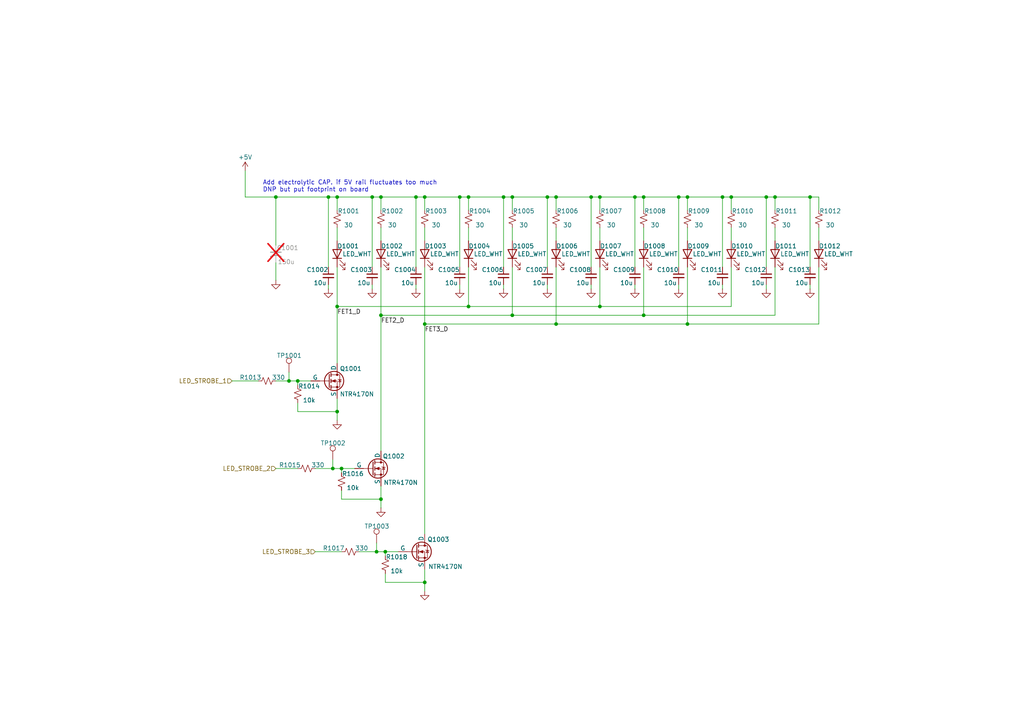
<source format=kicad_sch>
(kicad_sch (version 20231120) (generator "eeschema") (generator_version "8.0")
  (paper "A4")
  (lib_symbols
    (symbol "Connector:TestPoint" (pin_numbers hide) (pin_names (offset 0.762) hide)
      (property "Reference" "TP" (at 0 6.858 0))
      (property "Value" "TestPoint" (at 0 5.08 0))
      (symbol "TestPoint_0_1"
        (circle (center 0 3.302) (radius 0.762))
      )
      (symbol "TestPoint_1_1"
        (pin passive line (at 0 0 90) (length 2.54) (name "1") (number "1"))
      )
    )
    (symbol "Device:C_Polarized_Small_US" (pin_numbers hide) (pin_names (offset 0.254) hide)
      (property "Reference" "C" (at 0.254 1.778 0))
      (property "Value" "C_Polarized_Small_US" (at 0.254 -2.032 0))
      (symbol "C_Polarized_Small_US_0_1"
        (polyline (pts (xy -1.524 0.508) (xy 1.524 0.508)) (stroke (width 0.3048)))
        (polyline (pts (xy -1.27 1.524) (xy -0.762 1.524)))
        (polyline (pts (xy -1.016 1.27) (xy -1.016 1.778)))
        (arc (start 1.524 -0.762) (mid 0 -0.3734) (end -1.524 -0.762) (stroke (width 0.3048)))
      )
      (symbol "C_Polarized_Small_US_1_1"
        (pin passive line (at 0 2.54 270) (length 2.032) (name "~") (number "1"))
        (pin passive line (at 0 -2.54 90) (length 2.032) (name "~") (number "2"))
      )
    )
    (symbol "Device:C_Small" (pin_numbers hide) (pin_names (offset 0.254) hide)
      (property "Reference" "C" (at 0.254 1.778 0))
      (property "Value" "C_Small" (at 0.254 -2.032 0))
      (symbol "C_Small_0_1"
        (polyline (pts (xy -1.524 -0.508) (xy 1.524 -0.508)) (stroke (width 0.3302)))
        (polyline (pts (xy -1.524 0.508) (xy 1.524 0.508)) (stroke (width 0.3048)))
      )
      (symbol "C_Small_1_1"
        (pin passive line (at 0 2.54 270) (length 2.032) (name "~") (number "1"))
        (pin passive line (at 0 -2.54 90) (length 2.032) (name "~") (number "2"))
      )
    )
    (symbol "Device:LED" (pin_numbers hide) (pin_names (offset 1.016) hide)
      (property "Reference" "D" (at 0 2.54 0))
      (property "Value" "LED" (at 0 -2.54 0))
      (symbol "LED_0_1"
        (polyline (pts (xy -1.27 -1.27) (xy -1.27 1.27)) (stroke (width 0.254)))
        (polyline (pts (xy -1.27 0) (xy 1.27 0)))
        (polyline (pts (xy 1.27 -1.27) (xy 1.27 1.27) (xy -1.27 0) (xy 1.27 -1.27)) (stroke (width 0.254)))
        (polyline (pts (xy -3.048 -0.762) (xy -4.572 -2.286) (xy -3.81 -2.286) (xy -4.572 -2.286) (xy -4.572 -1.524)))
        (polyline (pts (xy -1.778 -0.762) (xy -3.302 -2.286) (xy -2.54 -2.286) (xy -3.302 -2.286) (xy -3.302 -1.524)))
      )
      (symbol "LED_1_1"
        (pin passive line (at -3.81 0 0) (length 2.54) (name "K") (number "1"))
        (pin passive line (at 3.81 0 180) (length 2.54) (name "A") (number "2"))
      )
    )
    (symbol "Device:R_Small_US" (pin_numbers hide) (pin_names (offset 0.254) hide)
      (property "Reference" "R" (at 0.762 0.508 0))
      (property "Value" "R_Small_US" (at 0.762 -1.016 0))
      (symbol "R_Small_US_1_1"
        (polyline (pts (xy 0 0) (xy 1.016 -0.381) (xy 0 -0.762) (xy -1.016 -1.143) (xy 0 -1.524)))
        (polyline (pts (xy 0 1.524) (xy 1.016 1.143) (xy 0 0.762) (xy -1.016 0.381) (xy 0 0)))
        (pin passive line (at 0 2.54 270) (length 1.016) (name "~") (number "1"))
        (pin passive line (at 0 -2.54 90) (length 1.016) (name "~") (number "2"))
      )
    )
    (symbol "power:+5V" (power) (pin_numbers hide) (pin_names (offset 0) hide)
      (property "Value" "+5V" (at 0 3.556 0))
      (symbol "+5V_0_1"
        (polyline (pts (xy -0.762 1.27) (xy 0 2.54)))
        (polyline (pts (xy 0 0) (xy 0 2.54)))
        (polyline (pts (xy 0 2.54) (xy 0.762 1.27)))
      )
      (symbol "+5V_1_1"
        (pin power_in line (at 0 0 90) (length 0) (name "~") (number "1"))
      )
    )
    (symbol "power:GND" (power) (pin_numbers hide) (pin_names (offset 0) hide)
      (property "Value" "GND" (at 0 -3.81 0))
      (symbol "GND_0_1"
        (polyline (pts (xy 0 0) (xy 0 -1.27) (xy 1.27 -1.27) (xy 0 -2.54) (xy -1.27 -1.27) (xy 0 -1.27)))
      )
      (symbol "GND_1_1"
        (pin power_in line (at 0 0 270) (length 0) (name "~") (number "1"))
      )
    )
    (symbol "vibrometer_project:NTR4170" (pin_numbers hide) (pin_names (offset 0))
      (property "Reference" "Q" (at 5.08 1.27 0))
      (property "Value" "NTR4170N" (at 5.08 -1.27 0))
      (symbol "NTR4170_0_1"
        (polyline (pts (xy 0.254 0) (xy -2.54 0)))
        (polyline (pts (xy 0.254 1.905) (xy 0.254 -1.905)) (stroke (width 0.254)))
        (polyline (pts (xy 0.762 -1.27) (xy 0.762 -2.286)) (stroke (width 0.254)))
        (polyline (pts (xy 0.762 0.508) (xy 0.762 -0.508)) (stroke (width 0.254)))
        (polyline (pts (xy 0.762 2.286) (xy 0.762 1.27)) (stroke (width 0.254)))
        (polyline (pts (xy 2.54 2.54) (xy 2.54 1.778)))
        (polyline (pts (xy 2.54 -2.54) (xy 2.54 0) (xy 0.762 0)))
        (polyline (pts (xy 0.762 -1.778) (xy 3.302 -1.778) (xy 3.302 1.778) (xy 0.762 1.778)))
        (polyline (pts (xy 1.016 0) (xy 2.032 0.381) (xy 2.032 -0.381) (xy 1.016 0)) (fill (type outline)))
        (polyline (pts (xy 2.794 0.508) (xy 2.921 0.381) (xy 3.683 0.381) (xy 3.81 0.254)))
        (polyline (pts (xy 3.302 0.381) (xy 2.921 -0.254) (xy 3.683 -0.254) (xy 3.302 0.381)))
        (circle (center 1.651 0) (radius 2.794) (stroke (width 0.254)))
        (circle (center 2.54 -1.778) (radius 0.254) (fill (type outline)))
        (circle (center 2.54 1.778) (radius 0.254) (fill (type outline)))
      )
      (symbol "NTR4170_1_1"
        (pin input line (at -5.08 0 0) (length 2.54) (name "G") (number "1"))
        (pin passive line (at 2.54 -5.08 90) (length 2.54) (name "S") (number "2"))
        (pin passive line (at 2.54 5.08 270) (length 2.54) (name "D") (number "3"))
      )
    )
  )
  (junction (at 148.59 91.44))
  (junction (at 199.39 57.15))
  (junction (at 161.29 57.15))
  (junction (at 99.06 135.89))
  (junction (at 110.49 91.44))
  (junction (at 135.89 57.15))
  (junction (at 222.25 57.15))
  (junction (at 80.01 57.15))
  (junction (at 161.29 93.98))
  (junction (at 109.22 160.02))
  (junction (at 173.99 57.15))
  (junction (at 107.95 57.15))
  (junction (at 123.19 93.98))
  (junction (at 184.15 57.15))
  (junction (at 234.95 57.15))
  (junction (at 86.36 110.49))
  (junction (at 97.79 57.15))
  (junction (at 186.69 57.15))
  (junction (at 111.76 160.02))
  (junction (at 224.79 57.15))
  (junction (at 186.69 91.44))
  (junction (at 158.75 57.15))
  (junction (at 173.99 88.9))
  (junction (at 97.79 88.9))
  (junction (at 83.82 110.49))
  (junction (at 120.65 57.15))
  (junction (at 209.55 57.15))
  (junction (at 171.45 57.15))
  (junction (at 110.49 57.15))
  (junction (at 123.19 57.15))
  (junction (at 146.05 57.15))
  (junction (at 135.89 88.9))
  (junction (at 199.39 93.98))
  (junction (at 96.52 135.89))
  (junction (at 95.25 57.15))
  (junction (at 97.79 119.38))
  (junction (at 212.09 57.15))
  (junction (at 110.49 144.78))
  (junction (at 123.19 168.91))
  (junction (at 133.35 57.15))
  (junction (at 196.85 57.15))
  (junction (at 148.59 57.15))
  (wire (pts (xy 184.15 83.82) (xy 184.15 82.55)))
  (wire (pts (xy 199.39 66.04) (xy 199.39 69.85)))
  (wire (pts (xy 199.39 93.98) (xy 237.49 93.98)))
  (wire (pts (xy 209.55 57.15) (xy 212.09 57.15)))
  (wire (pts (xy 80.01 76.2) (xy 80.01 81.28)))
  (wire (pts (xy 234.95 57.15) (xy 234.95 77.47)))
  (wire (pts (xy 97.79 77.47) (xy 97.79 88.9)))
  (wire (pts (xy 120.65 83.82) (xy 120.65 82.55)))
  (wire (pts (xy 224.79 77.47) (xy 224.79 91.44)))
  (wire (pts (xy 212.09 66.04) (xy 212.09 69.85)))
  (wire (pts (xy 123.19 168.91) (xy 123.19 171.45)))
  (wire (pts (xy 110.49 57.15) (xy 110.49 60.96)))
  (wire (pts (xy 123.19 93.98) (xy 123.19 154.94)))
  (wire (pts (xy 148.59 66.04) (xy 148.59 69.85)))
  (wire (pts (xy 99.06 142.24) (xy 99.06 144.78)))
  (wire (pts (xy 123.19 165.1) (xy 123.19 168.91)))
  (wire (pts (xy 135.89 88.9) (xy 173.99 88.9)))
  (wire (pts (xy 97.79 119.38) (xy 97.79 121.92)))
  (wire (pts (xy 86.36 110.49) (xy 90.17 110.49)))
  (wire (pts (xy 158.75 83.82) (xy 158.75 82.55)))
  (wire (pts (xy 209.55 57.15) (xy 209.55 77.47)))
  (wire (pts (xy 110.49 91.44) (xy 110.49 130.81)))
  (wire (pts (xy 97.79 88.9) (xy 97.79 105.41)))
  (wire (pts (xy 199.39 77.47) (xy 199.39 93.98)))
  (wire (pts (xy 71.12 49.53) (xy 71.12 57.15)))
  (wire (pts (xy 133.35 57.15) (xy 133.35 77.47)))
  (wire (pts (xy 123.19 57.15) (xy 133.35 57.15)))
  (wire (pts (xy 109.22 160.02) (xy 111.76 160.02)))
  (wire (pts (xy 83.82 110.49) (xy 86.36 110.49)))
  (wire (pts (xy 237.49 66.04) (xy 237.49 69.85)))
  (wire (pts (xy 173.99 57.15) (xy 184.15 57.15)))
  (wire (pts (xy 173.99 88.9) (xy 212.09 88.9)))
  (wire (pts (xy 123.19 93.98) (xy 161.29 93.98)))
  (wire (pts (xy 86.36 110.49) (xy 86.36 111.76)))
  (wire (pts (xy 109.22 157.48) (xy 109.22 160.02)))
  (wire (pts (xy 184.15 57.15) (xy 184.15 77.47)))
  (wire (pts (xy 123.19 66.04) (xy 123.19 69.85)))
  (wire (pts (xy 161.29 77.47) (xy 161.29 93.98)))
  (wire (pts (xy 96.52 133.35) (xy 96.52 135.89)))
  (wire (pts (xy 158.75 57.15) (xy 161.29 57.15)))
  (wire (pts (xy 196.85 57.15) (xy 196.85 77.47)))
  (wire (pts (xy 91.44 135.89) (xy 96.52 135.89)))
  (wire (pts (xy 111.76 168.91) (xy 123.19 168.91)))
  (wire (pts (xy 71.12 57.15) (xy 80.01 57.15)))
  (wire (pts (xy 83.82 107.95) (xy 83.82 110.49)))
  (wire (pts (xy 146.05 57.15) (xy 146.05 77.47)))
  (wire (pts (xy 234.95 82.55) (xy 234.95 83.82)))
  (wire (pts (xy 95.25 57.15) (xy 95.25 77.47)))
  (wire (pts (xy 135.89 57.15) (xy 135.89 60.96)))
  (wire (pts (xy 95.25 57.15) (xy 97.79 57.15)))
  (wire (pts (xy 110.49 57.15) (xy 120.65 57.15)))
  (wire (pts (xy 171.45 57.15) (xy 171.45 77.47)))
  (wire (pts (xy 111.76 160.02) (xy 111.76 161.29)))
  (wire (pts (xy 120.65 57.15) (xy 120.65 77.47)))
  (wire (pts (xy 97.79 57.15) (xy 97.79 60.96)))
  (wire (pts (xy 161.29 57.15) (xy 171.45 57.15)))
  (wire (pts (xy 148.59 77.47) (xy 148.59 91.44)))
  (wire (pts (xy 173.99 77.47) (xy 173.99 88.9)))
  (wire (pts (xy 199.39 57.15) (xy 209.55 57.15)))
  (wire (pts (xy 123.19 57.15) (xy 123.19 60.96)))
  (wire (pts (xy 99.06 135.89) (xy 99.06 137.16)))
  (wire (pts (xy 110.49 144.78) (xy 110.49 147.32)))
  (wire (pts (xy 146.05 83.82) (xy 146.05 82.55)))
  (wire (pts (xy 80.01 57.15) (xy 95.25 57.15)))
  (wire (pts (xy 123.19 77.47) (xy 123.19 93.98)))
  (wire (pts (xy 186.69 57.15) (xy 186.69 60.96)))
  (wire (pts (xy 110.49 91.44) (xy 148.59 91.44)))
  (wire (pts (xy 222.25 83.82) (xy 222.25 82.55)))
  (wire (pts (xy 224.79 57.15) (xy 234.95 57.15)))
  (wire (pts (xy 135.89 66.04) (xy 135.89 69.85)))
  (wire (pts (xy 222.25 57.15) (xy 222.25 77.47)))
  (wire (pts (xy 80.01 110.49) (xy 83.82 110.49)))
  (wire (pts (xy 99.06 144.78) (xy 110.49 144.78)))
  (wire (pts (xy 234.95 57.15) (xy 237.49 57.15)))
  (wire (pts (xy 209.55 83.82) (xy 209.55 82.55)))
  (wire (pts (xy 97.79 57.15) (xy 107.95 57.15)))
  (wire (pts (xy 110.49 77.47) (xy 110.49 91.44)))
  (wire (pts (xy 161.29 66.04) (xy 161.29 69.85)))
  (wire (pts (xy 86.36 119.38) (xy 97.79 119.38)))
  (wire (pts (xy 120.65 57.15) (xy 123.19 57.15)))
  (wire (pts (xy 135.89 57.15) (xy 146.05 57.15)))
  (wire (pts (xy 196.85 83.82) (xy 196.85 82.55)))
  (wire (pts (xy 224.79 57.15) (xy 224.79 60.96)))
  (wire (pts (xy 173.99 57.15) (xy 173.99 60.96)))
  (wire (pts (xy 67.31 110.49) (xy 74.93 110.49)))
  (wire (pts (xy 107.95 83.82) (xy 107.95 82.55)))
  (wire (pts (xy 158.75 57.15) (xy 158.75 77.47)))
  (wire (pts (xy 212.09 57.15) (xy 222.25 57.15)))
  (wire (pts (xy 146.05 57.15) (xy 148.59 57.15)))
  (wire (pts (xy 186.69 77.47) (xy 186.69 91.44)))
  (wire (pts (xy 80.01 135.89) (xy 86.36 135.89)))
  (wire (pts (xy 133.35 57.15) (xy 135.89 57.15)))
  (wire (pts (xy 104.14 160.02) (xy 109.22 160.02)))
  (wire (pts (xy 111.76 160.02) (xy 115.57 160.02)))
  (wire (pts (xy 237.49 77.47) (xy 237.49 93.98)))
  (wire (pts (xy 110.49 66.04) (xy 110.49 69.85)))
  (wire (pts (xy 80.01 57.15) (xy 80.01 71.12)))
  (wire (pts (xy 161.29 57.15) (xy 161.29 60.96)))
  (wire (pts (xy 171.45 83.82) (xy 171.45 82.55)))
  (wire (pts (xy 107.95 57.15) (xy 107.95 77.47)))
  (wire (pts (xy 86.36 116.84) (xy 86.36 119.38)))
  (wire (pts (xy 97.79 115.57) (xy 97.79 119.38)))
  (wire (pts (xy 148.59 91.44) (xy 186.69 91.44)))
  (wire (pts (xy 173.99 66.04) (xy 173.99 69.85)))
  (wire (pts (xy 224.79 66.04) (xy 224.79 69.85)))
  (wire (pts (xy 133.35 83.82) (xy 133.35 82.55)))
  (wire (pts (xy 199.39 57.15) (xy 199.39 60.96)))
  (wire (pts (xy 184.15 57.15) (xy 186.69 57.15)))
  (wire (pts (xy 186.69 66.04) (xy 186.69 69.85)))
  (wire (pts (xy 111.76 166.37) (xy 111.76 168.91)))
  (wire (pts (xy 237.49 57.15) (xy 237.49 60.96)))
  (wire (pts (xy 196.85 57.15) (xy 199.39 57.15)))
  (wire (pts (xy 161.29 93.98) (xy 199.39 93.98)))
  (wire (pts (xy 171.45 57.15) (xy 173.99 57.15)))
  (wire (pts (xy 107.95 57.15) (xy 110.49 57.15)))
  (wire (pts (xy 222.25 57.15) (xy 224.79 57.15)))
  (wire (pts (xy 91.44 160.02) (xy 99.06 160.02)))
  (wire (pts (xy 212.09 57.15) (xy 212.09 60.96)))
  (wire (pts (xy 110.49 140.97) (xy 110.49 144.78)))
  (wire (pts (xy 212.09 77.47) (xy 212.09 88.9)))
  (wire (pts (xy 148.59 57.15) (xy 158.75 57.15)))
  (wire (pts (xy 95.25 82.55) (xy 95.25 83.82)))
  (wire (pts (xy 97.79 88.9) (xy 135.89 88.9)))
  (wire (pts (xy 96.52 135.89) (xy 99.06 135.89)))
  (wire (pts (xy 186.69 91.44) (xy 224.79 91.44)))
  (wire (pts (xy 97.79 66.04) (xy 97.79 69.85)))
  (wire (pts (xy 186.69 57.15) (xy 196.85 57.15)))
  (wire (pts (xy 148.59 57.15) (xy 148.59 60.96)))
  (wire (pts (xy 99.06 135.89) (xy 102.87 135.89)))
  (wire (pts (xy 135.89 77.47) (xy 135.89 88.9)))
  (text "Add electrolytic CAP. if 5V rail fluctuates too much\nDNP but put footprint on board" (at 76.2 52.324 0) (effects (font (size 1.27 1.27)) (justify left top)))
  (label "FET3_D" (at 123.19 96.52 0))
  (label "FET2_D" (at 110.49 93.98 0))
  (label "FET1_D" (at 97.79 91.44 0))
  (hierarchical_label "LED_STROBE_2" (shape input) (at 80.01 135.89 180) (property "Netclass" "digital_IO" (effects (hide yes))))
  (hierarchical_label "LED_STROBE_3" (shape input) (at 91.44 160.02 180) (property "Netclass" "digital_IO" (effects (hide yes))))
  (hierarchical_label "LED_STROBE_1" (shape input) (at 67.31 110.49 180) (property "Netclass" "digital_IO" (effects (hide yes))))
  (symbol (lib_id "Device:R_Small_US") (at 88.9 135.89 270) (unit 1)
    (property "Reference" "R1015" (at 84.074 134.874 90))
    (property "Value" "330" (at 92.202 134.874 90))
    (property "Footprint" "Resistor_SMD:R_0402_1005Metric" (effects (hide yes)))
    (property "Datasheet" "https://wmsc.lcsc.com/wmsc/upload/file/pdf/v2/lcsc/2205311900_UNI-ROYAL-Uniroyal-Elec-0402WGF3300TCE_C25104.pdf" (effects (hide yes)))
    (property "Description" "Resistor, small US symbol" (effects (hide yes)))
    (property "LCSC" "C25104" (effects (hide yes)))
  )
  (symbol (lib_id "Connector:TestPoint") (at 96.52 133.35 0) (unit 1)
    (property "Reference" "TP1002" (at 92.964 128.524 0) (effects (justify left)))
    (property "Value" "TestPoint" (effects (hide yes)))
    (property "Footprint" "TestPoint:TestPoint_Pad_D1.0mm" (effects (hide yes)))
    (property "Description" "test point" (effects (hide yes)))
  )
  (symbol (lib_id "power:GND") (at 158.75 83.82 0) (unit 1)
    (property "Reference" "#PWR01008" (effects (hide yes)))
    (property "Value" "GND" (effects (hide yes)))
    (property "Description" "Power symbol creates a global label with name \"GND\" , ground" (effects (hide yes)))
  )
  (symbol (lib_id "Device:C_Small") (at 95.25 80.01 0) (unit 1)
    (property "Reference" "C1002" (at 88.9 78.232 0) (effects (justify left)))
    (property "Value" "10u" (at 90.932 82.042 0) (effects (justify left)))
    (property "Footprint" "Capacitor_SMD:C_0805_2012Metric" (effects (hide yes)))
    (property "Datasheet" "https://wmsc.lcsc.com/wmsc/upload/file/pdf/v2/lcsc/2304140030_Samsung-Electro-Mechanics-CL21A106KAYNNNE_C15850.pdf" (effects (hide yes)))
    (property "Description" "Unpolarized capacitor, small symbol" (effects (hide yes)))
    (property "LCSC" "C15850" (effects (hide yes)))
  )
  (symbol (lib_id "power:GND") (at 95.25 83.82 0) (unit 1)
    (property "Reference" "#PWR01003" (effects (hide yes)))
    (property "Value" "GND" (effects (hide yes)))
    (property "Description" "Power symbol creates a global label with name \"GND\" , ground" (effects (hide yes)))
  )
  (symbol (lib_id "power:GND") (at 234.95 83.82 0) (unit 1)
    (property "Reference" "#PWR01014" (effects (hide yes)))
    (property "Value" "GND" (effects (hide yes)))
    (property "Description" "Power symbol creates a global label with name \"GND\" , ground" (effects (hide yes)))
  )
  (symbol (lib_id "Device:LED") (at 161.29 73.66 90) (unit 1)
    (property "Reference" "D1006" (at 161.29 71.374 90) (effects (justify right)))
    (property "Value" "LED_WHT" (at 162.814 73.66 90) (effects (justify right)))
    (property "Footprint" "footprints:LED-SMD_L4.0-W1.50_HL-A-4014H421W-S1-HR3-DM-HL" (effects (hide yes)))
    (property "Datasheet" "https://www.lcsc.com/datasheet/lcsc_datasheet_2005201836_HONGLITRONIC-Hongli-Zhihui--HONGLITRONIC-HL-A-4014H421W-S1-HR3-DM-HL-5700K-6500K_C540978.pdf" (effects (hide yes)))
    (property "Description" "Light emitting diode" (effects (hide yes)))
    (property "LCSC" "C540978 " (effects (hide yes)))
  )
  (symbol (lib_id "Device:R_Small_US") (at 237.49 63.5 180) (unit 1)
    (property "Reference" "R1012" (at 240.792 61.214 0))
    (property "Value" "30" (at 240.792 65.278 0))
    (property "Footprint" "Resistor_SMD:R_0805_2012Metric" (effects (hide yes)))
    (property "Datasheet" "https://www.lcsc.com/datasheet/lcsc_datasheet_2404151502_YAGEO-AC0805FR-7W30RL_C5552472.pdf" (effects (hide yes)))
    (property "Description" "Resistor, small US symbol" (effects (hide yes)))
    (property "LCSC" "C5552472 " (effects (hide yes)))
  )
  (symbol (lib_id "Device:R_Small_US") (at 110.49 63.5 180) (unit 1)
    (property "Reference" "R1002" (at 113.792 61.214 0))
    (property "Value" "30" (at 113.792 65.278 0))
    (property "Footprint" "Resistor_SMD:R_0805_2012Metric" (effects (hide yes)))
    (property "Datasheet" "https://www.lcsc.com/datasheet/lcsc_datasheet_2404151502_YAGEO-AC0805FR-7W30RL_C5552472.pdf" (effects (hide yes)))
    (property "Description" "Resistor, small US symbol" (effects (hide yes)))
    (property "LCSC" "C5552472 " (effects (hide yes)))
  )
  (symbol (lib_id "power:GND") (at 97.79 121.92 0) (unit 1)
    (property "Reference" "#PWR01015" (effects (hide yes)))
    (property "Value" "GND" (effects (hide yes)))
    (property "Description" "Power symbol creates a global label with name \"GND\" , ground" (effects (hide yes)))
  )
  (symbol (lib_id "Device:LED") (at 212.09 73.66 90) (unit 1)
    (property "Reference" "D1010" (at 212.09 71.374 90) (effects (justify right)))
    (property "Value" "LED_WHT" (at 213.614 73.66 90) (effects (justify right)))
    (property "Footprint" "footprints:LED-SMD_L4.0-W1.50_HL-A-4014H421W-S1-HR3-DM-HL" (effects (hide yes)))
    (property "Datasheet" "https://www.lcsc.com/datasheet/lcsc_datasheet_2005201836_HONGLITRONIC-Hongli-Zhihui--HONGLITRONIC-HL-A-4014H421W-S1-HR3-DM-HL-5700K-6500K_C540978.pdf" (effects (hide yes)))
    (property "Description" "Light emitting diode" (effects (hide yes)))
    (property "LCSC" "C540978 " (effects (hide yes)))
  )
  (symbol (lib_id "Device:LED") (at 224.79 73.66 90) (unit 1)
    (property "Reference" "D1011" (at 224.79 71.374 90) (effects (justify right)))
    (property "Value" "LED_WHT" (at 226.314 73.66 90) (effects (justify right)))
    (property "Footprint" "footprints:LED-SMD_L4.0-W1.50_HL-A-4014H421W-S1-HR3-DM-HL" (effects (hide yes)))
    (property "Datasheet" "https://www.lcsc.com/datasheet/lcsc_datasheet_2005201836_HONGLITRONIC-Hongli-Zhihui--HONGLITRONIC-HL-A-4014H421W-S1-HR3-DM-HL-5700K-6500K_C540978.pdf" (effects (hide yes)))
    (property "Description" "Light emitting diode" (effects (hide yes)))
    (property "LCSC" "C540978 " (effects (hide yes)))
  )
  (symbol (lib_id "Device:R_Small_US") (at 212.09 63.5 180) (unit 1)
    (property "Reference" "R1010" (at 215.392 61.214 0))
    (property "Value" "30" (at 215.392 65.278 0))
    (property "Footprint" "Resistor_SMD:R_0805_2012Metric" (effects (hide yes)))
    (property "Datasheet" "https://www.lcsc.com/datasheet/lcsc_datasheet_2404151502_YAGEO-AC0805FR-7W30RL_C5552472.pdf" (effects (hide yes)))
    (property "Description" "Resistor, small US symbol" (effects (hide yes)))
    (property "LCSC" "C5552472 " (effects (hide yes)))
  )
  (symbol (lib_id "Device:R_Small_US") (at 186.69 63.5 180) (unit 1)
    (property "Reference" "R1008" (at 189.992 61.214 0))
    (property "Value" "30" (at 189.992 65.278 0))
    (property "Footprint" "Resistor_SMD:R_0805_2012Metric" (effects (hide yes)))
    (property "Datasheet" "https://www.lcsc.com/datasheet/lcsc_datasheet_2404151502_YAGEO-AC0805FR-7W30RL_C5552472.pdf" (effects (hide yes)))
    (property "Description" "Resistor, small US symbol" (effects (hide yes)))
    (property "LCSC" "C5552472 " (effects (hide yes)))
  )
  (symbol (lib_id "Device:R_Small_US") (at 123.19 63.5 180) (unit 1)
    (property "Reference" "R1003" (at 126.492 61.214 0))
    (property "Value" "30" (at 126.492 65.278 0))
    (property "Footprint" "Resistor_SMD:R_0805_2012Metric" (effects (hide yes)))
    (property "Datasheet" "https://www.lcsc.com/datasheet/lcsc_datasheet_2404151502_YAGEO-AC0805FR-7W30RL_C5552472.pdf" (effects (hide yes)))
    (property "Description" "Resistor, small US symbol" (effects (hide yes)))
    (property "LCSC" "C5552472 " (effects (hide yes)))
  )
  (symbol (lib_id "Device:R_Small_US") (at 77.47 110.49 270) (unit 1)
    (property "Reference" "R1013" (at 72.644 109.474 90))
    (property "Value" "330" (at 80.772 109.474 90))
    (property "Footprint" "Resistor_SMD:R_0402_1005Metric" (effects (hide yes)))
    (property "Datasheet" "https://wmsc.lcsc.com/wmsc/upload/file/pdf/v2/lcsc/2205311900_UNI-ROYAL-Uniroyal-Elec-0402WGF3300TCE_C25104.pdf" (effects (hide yes)))
    (property "Description" "Resistor, small US symbol" (effects (hide yes)))
    (property "LCSC" "C25104" (effects (hide yes)))
  )
  (symbol (lib_id "Device:C_Small") (at 158.75 80.01 0) (unit 1)
    (property "Reference" "C1007" (at 152.4 78.232 0) (effects (justify left)))
    (property "Value" "10u" (at 154.432 82.042 0) (effects (justify left)))
    (property "Footprint" "Capacitor_SMD:C_0805_2012Metric" (effects (hide yes)))
    (property "Datasheet" "https://wmsc.lcsc.com/wmsc/upload/file/pdf/v2/lcsc/2304140030_Samsung-Electro-Mechanics-CL21A106KAYNNNE_C15850.pdf" (effects (hide yes)))
    (property "Description" "Unpolarized capacitor, small symbol" (effects (hide yes)))
    (property "LCSC" "C15850" (effects (hide yes)))
  )
  (symbol (lib_id "Device:C_Small") (at 146.05 80.01 0) (unit 1)
    (property "Reference" "C1006" (at 139.7 78.232 0) (effects (justify left)))
    (property "Value" "10u" (at 141.732 82.042 0) (effects (justify left)))
    (property "Footprint" "Capacitor_SMD:C_0805_2012Metric" (effects (hide yes)))
    (property "Datasheet" "https://wmsc.lcsc.com/wmsc/upload/file/pdf/v2/lcsc/2304140030_Samsung-Electro-Mechanics-CL21A106KAYNNNE_C15850.pdf" (effects (hide yes)))
    (property "Description" "Unpolarized capacitor, small symbol" (effects (hide yes)))
    (property "LCSC" "C15850" (effects (hide yes)))
  )
  (symbol (lib_id "power:GND") (at 110.49 147.32 0) (unit 1)
    (property "Reference" "#PWR01016" (effects (hide yes)))
    (property "Value" "GND" (effects (hide yes)))
    (property "Description" "Power symbol creates a global label with name \"GND\" , ground" (effects (hide yes)))
  )
  (symbol (lib_id "Device:R_Small_US") (at 148.59 63.5 180) (unit 1)
    (property "Reference" "R1005" (at 151.892 61.214 0))
    (property "Value" "30" (at 151.892 65.278 0))
    (property "Footprint" "Resistor_SMD:R_0805_2012Metric" (effects (hide yes)))
    (property "Datasheet" "https://www.lcsc.com/datasheet/lcsc_datasheet_2404151502_YAGEO-AC0805FR-7W30RL_C5552472.pdf" (effects (hide yes)))
    (property "Description" "Resistor, small US symbol" (effects (hide yes)))
    (property "LCSC" "C5552472 " (effects (hide yes)))
  )
  (symbol (lib_id "Device:C_Small") (at 107.95 80.01 0) (unit 1)
    (property "Reference" "C1003" (at 101.6 78.232 0) (effects (justify left)))
    (property "Value" "10u" (at 103.632 82.042 0) (effects (justify left)))
    (property "Footprint" "Capacitor_SMD:C_0805_2012Metric" (effects (hide yes)))
    (property "Datasheet" "https://wmsc.lcsc.com/wmsc/upload/file/pdf/v2/lcsc/2304140030_Samsung-Electro-Mechanics-CL21A106KAYNNNE_C15850.pdf" (effects (hide yes)))
    (property "Description" "Unpolarized capacitor, small symbol" (effects (hide yes)))
    (property "LCSC" "C15850" (effects (hide yes)))
  )
  (symbol (lib_id "Device:LED") (at 237.49 73.66 90) (unit 1)
    (property "Reference" "D1012" (at 237.49 71.374 90) (effects (justify right)))
    (property "Value" "LED_WHT" (at 239.014 73.66 90) (effects (justify right)))
    (property "Footprint" "footprints:LED-SMD_L4.0-W1.50_HL-A-4014H421W-S1-HR3-DM-HL" (effects (hide yes)))
    (property "Datasheet" "https://www.lcsc.com/datasheet/lcsc_datasheet_2005201836_HONGLITRONIC-Hongli-Zhihui--HONGLITRONIC-HL-A-4014H421W-S1-HR3-DM-HL-5700K-6500K_C540978.pdf" (effects (hide yes)))
    (property "Description" "Light emitting diode" (effects (hide yes)))
    (property "LCSC" "C540978 " (effects (hide yes)))
  )
  (symbol (lib_id "vibrometer_project:NTR4170") (at 95.25 110.49 0) (unit 1)
    (property "Reference" "Q1001" (at 98.552 106.934 0) (effects (justify left)))
    (property "Value" "NTR4170N" (at 98.552 114.3 0) (effects (justify left)))
    (property "Footprint" "Package_TO_SOT_SMD:SOT-23" (effects (hide yes)))
    (property "Datasheet" "https://www.lcsc.com/datasheet/lcsc_datasheet_1811141751_onsemi-NTR4170NT1G_C236116.pdf" (effects (hide yes)))
    (property "Description" "N-MOSFET transistor, drain/source/gate" (effects (hide yes)))
    (property "Sim.Device" "NMOS" (effects (hide yes)))
    (property "Sim.Type" "VDMOS" (effects (hide yes)))
    (property "Sim.Pins" "1=G 2=S 3=D" (effects (hide yes)))
    (property "LCSC" "C236116" (effects (hide yes)))
  )
  (symbol (lib_id "Device:LED") (at 199.39 73.66 90) (unit 1)
    (property "Reference" "D1009" (at 199.39 71.374 90) (effects (justify right)))
    (property "Value" "LED_WHT" (at 200.914 73.66 90) (effects (justify right)))
    (property "Footprint" "footprints:LED-SMD_L4.0-W1.50_HL-A-4014H421W-S1-HR3-DM-HL" (effects (hide yes)))
    (property "Datasheet" "https://www.lcsc.com/datasheet/lcsc_datasheet_2005201836_HONGLITRONIC-Hongli-Zhihui--HONGLITRONIC-HL-A-4014H421W-S1-HR3-DM-HL-5700K-6500K_C540978.pdf" (effects (hide yes)))
    (property "Description" "Light emitting diode" (effects (hide yes)))
    (property "LCSC" "C540978 " (effects (hide yes)))
  )
  (symbol (lib_id "Device:C_Small") (at 209.55 80.01 0) (unit 1)
    (property "Reference" "C1011" (at 203.2 78.232 0) (effects (justify left)))
    (property "Value" "10u" (at 205.232 82.042 0) (effects (justify left)))
    (property "Footprint" "Capacitor_SMD:C_0805_2012Metric" (effects (hide yes)))
    (property "Datasheet" "https://wmsc.lcsc.com/wmsc/upload/file/pdf/v2/lcsc/2304140030_Samsung-Electro-Mechanics-CL21A106KAYNNNE_C15850.pdf" (effects (hide yes)))
    (property "Description" "Unpolarized capacitor, small symbol" (effects (hide yes)))
    (property "LCSC" "C15850" (effects (hide yes)))
  )
  (symbol (lib_id "power:GND") (at 80.01 81.28 0) (unit 1)
    (property "Reference" "#PWR01002" (effects (hide yes)))
    (property "Value" "GND" (effects (hide yes)))
    (property "Description" "Power symbol creates a global label with name \"GND\" , ground" (effects (hide yes)))
  )
  (symbol (lib_id "power:GND") (at 209.55 83.82 0) (unit 1)
    (property "Reference" "#PWR01012" (effects (hide yes)))
    (property "Value" "GND" (effects (hide yes)))
    (property "Description" "Power symbol creates a global label with name \"GND\" , ground" (effects (hide yes)))
  )
  (symbol (lib_id "Device:R_Small_US") (at 135.89 63.5 180) (unit 1)
    (property "Reference" "R1004" (at 139.192 61.214 0))
    (property "Value" "30" (at 139.192 65.278 0))
    (property "Footprint" "Resistor_SMD:R_0805_2012Metric" (effects (hide yes)))
    (property "Datasheet" "https://www.lcsc.com/datasheet/lcsc_datasheet_2404151502_YAGEO-AC0805FR-7W30RL_C5552472.pdf" (effects (hide yes)))
    (property "Description" "Resistor, small US symbol" (effects (hide yes)))
    (property "LCSC" "C5552472 " (effects (hide yes)))
  )
  (symbol (lib_id "Device:C_Small") (at 222.25 80.01 0) (unit 1)
    (property "Reference" "C1012" (at 215.9 78.232 0) (effects (justify left)))
    (property "Value" "10u" (at 217.932 82.042 0) (effects (justify left)))
    (property "Footprint" "Capacitor_SMD:C_0805_2012Metric" (effects (hide yes)))
    (property "Datasheet" "https://wmsc.lcsc.com/wmsc/upload/file/pdf/v2/lcsc/2304140030_Samsung-Electro-Mechanics-CL21A106KAYNNNE_C15850.pdf" (effects (hide yes)))
    (property "Description" "Unpolarized capacitor, small symbol" (effects (hide yes)))
    (property "LCSC" "C15850" (effects (hide yes)))
  )
  (symbol (lib_id "Device:LED") (at 123.19 73.66 90) (unit 1)
    (property "Reference" "D1003" (at 123.19 71.374 90) (effects (justify right)))
    (property "Value" "LED_WHT" (at 124.714 73.66 90) (effects (justify right)))
    (property "Footprint" "footprints:LED-SMD_L4.0-W1.50_HL-A-4014H421W-S1-HR3-DM-HL" (effects (hide yes)))
    (property "Datasheet" "https://www.lcsc.com/datasheet/lcsc_datasheet_2005201836_HONGLITRONIC-Hongli-Zhihui--HONGLITRONIC-HL-A-4014H421W-S1-HR3-DM-HL-5700K-6500K_C540978.pdf" (effects (hide yes)))
    (property "Description" "Light emitting diode" (effects (hide yes)))
    (property "LCSC" "C540978 " (effects (hide yes)))
  )
  (symbol (lib_id "Device:C_Small") (at 184.15 80.01 0) (unit 1)
    (property "Reference" "C1009" (at 177.8 78.232 0) (effects (justify left)))
    (property "Value" "10u" (at 179.832 82.042 0) (effects (justify left)))
    (property "Footprint" "Capacitor_SMD:C_0805_2012Metric" (effects (hide yes)))
    (property "Datasheet" "https://wmsc.lcsc.com/wmsc/upload/file/pdf/v2/lcsc/2304140030_Samsung-Electro-Mechanics-CL21A106KAYNNNE_C15850.pdf" (effects (hide yes)))
    (property "Description" "Unpolarized capacitor, small symbol" (effects (hide yes)))
    (property "LCSC" "C15850" (effects (hide yes)))
  )
  (symbol (lib_id "Device:C_Small") (at 133.35 80.01 0) (unit 1)
    (property "Reference" "C1005" (at 127 78.232 0) (effects (justify left)))
    (property "Value" "10u" (at 129.032 82.042 0) (effects (justify left)))
    (property "Footprint" "Capacitor_SMD:C_0805_2012Metric" (effects (hide yes)))
    (property "Datasheet" "https://wmsc.lcsc.com/wmsc/upload/file/pdf/v2/lcsc/2304140030_Samsung-Electro-Mechanics-CL21A106KAYNNNE_C15850.pdf" (effects (hide yes)))
    (property "Description" "Unpolarized capacitor, small symbol" (effects (hide yes)))
    (property "LCSC" "C15850" (effects (hide yes)))
  )
  (symbol (lib_id "power:GND") (at 196.85 83.82 0) (unit 1)
    (property "Reference" "#PWR01011" (effects (hide yes)))
    (property "Value" "GND" (effects (hide yes)))
    (property "Description" "Power symbol creates a global label with name \"GND\" , ground" (effects (hide yes)))
  )
  (symbol (lib_id "vibrometer_project:NTR4170") (at 107.95 135.89 0) (unit 1)
    (property "Reference" "Q1002" (at 110.998 132.334 0) (effects (justify left)))
    (property "Value" "NTR4170N" (at 111.252 139.954 0) (effects (justify left)))
    (property "Footprint" "Package_TO_SOT_SMD:SOT-23" (effects (hide yes)))
    (property "Datasheet" "https://www.lcsc.com/datasheet/lcsc_datasheet_1811141751_onsemi-NTR4170NT1G_C236116.pdf" (effects (hide yes)))
    (property "Description" "N-MOSFET transistor, drain/source/gate" (effects (hide yes)))
    (property "Sim.Device" "NMOS" (effects (hide yes)))
    (property "Sim.Type" "VDMOS" (effects (hide yes)))
    (property "Sim.Pins" "1=G 2=S 3=D" (effects (hide yes)))
    (property "LCSC" "C236116" (effects (hide yes)))
  )
  (symbol (lib_id "power:GND") (at 133.35 83.82 0) (unit 1)
    (property "Reference" "#PWR01006" (effects (hide yes)))
    (property "Value" "GND" (effects (hide yes)))
    (property "Description" "Power symbol creates a global label with name \"GND\" , ground" (effects (hide yes)))
  )
  (symbol (lib_id "Device:R_Small_US") (at 97.79 63.5 180) (unit 1)
    (property "Reference" "R1001" (at 101.092 61.214 0))
    (property "Value" "30" (at 101.092 65.278 0))
    (property "Footprint" "Resistor_SMD:R_0805_2012Metric" (effects (hide yes)))
    (property "Datasheet" "https://www.lcsc.com/datasheet/lcsc_datasheet_2404151502_YAGEO-AC0805FR-7W30RL_C5552472.pdf" (effects (hide yes)))
    (property "Description" "Resistor, small US symbol" (effects (hide yes)))
    (property "LCSC" "C5552472 " (effects (hide yes)))
  )
  (symbol (lib_id "power:GND") (at 107.95 83.82 0) (unit 1)
    (property "Reference" "#PWR01004" (effects (hide yes)))
    (property "Value" "GND" (effects (hide yes)))
    (property "Description" "Power symbol creates a global label with name \"GND\" , ground" (effects (hide yes)))
  )
  (symbol (lib_id "power:GND") (at 146.05 83.82 0) (unit 1)
    (property "Reference" "#PWR01007" (effects (hide yes)))
    (property "Value" "GND" (effects (hide yes)))
    (property "Description" "Power symbol creates a global label with name \"GND\" , ground" (effects (hide yes)))
  )
  (symbol (lib_id "Device:C_Small") (at 120.65 80.01 0) (unit 1)
    (property "Reference" "C1004" (at 114.3 78.232 0) (effects (justify left)))
    (property "Value" "10u" (at 116.332 82.042 0) (effects (justify left)))
    (property "Footprint" "Capacitor_SMD:C_0805_2012Metric" (effects (hide yes)))
    (property "Datasheet" "https://wmsc.lcsc.com/wmsc/upload/file/pdf/v2/lcsc/2304140030_Samsung-Electro-Mechanics-CL21A106KAYNNNE_C15850.pdf" (effects (hide yes)))
    (property "Description" "Unpolarized capacitor, small symbol" (effects (hide yes)))
    (property "LCSC" "C15850" (effects (hide yes)))
  )
  (symbol (lib_id "Device:R_Small_US") (at 224.79 63.5 180) (unit 1)
    (property "Reference" "R1011" (at 228.092 61.214 0))
    (property "Value" "30" (at 228.092 65.278 0))
    (property "Footprint" "Resistor_SMD:R_0805_2012Metric" (effects (hide yes)))
    (property "Datasheet" "https://www.lcsc.com/datasheet/lcsc_datasheet_2404151502_YAGEO-AC0805FR-7W30RL_C5552472.pdf" (effects (hide yes)))
    (property "Description" "Resistor, small US symbol" (effects (hide yes)))
    (property "LCSC" "C5552472 " (effects (hide yes)))
  )
  (symbol (lib_id "power:GND") (at 171.45 83.82 0) (unit 1)
    (property "Reference" "#PWR01009" (effects (hide yes)))
    (property "Value" "GND" (effects (hide yes)))
    (property "Description" "Power symbol creates a global label with name \"GND\" , ground" (effects (hide yes)))
  )
  (symbol (lib_id "Device:R_Small_US") (at 173.99 63.5 180) (unit 1)
    (property "Reference" "R1007" (at 177.292 61.214 0))
    (property "Value" "30" (at 177.292 65.278 0))
    (property "Footprint" "Resistor_SMD:R_0805_2012Metric" (effects (hide yes)))
    (property "Datasheet" "https://www.lcsc.com/datasheet/lcsc_datasheet_2404151502_YAGEO-AC0805FR-7W30RL_C5552472.pdf" (effects (hide yes)))
    (property "Description" "Resistor, small US symbol" (effects (hide yes)))
    (property "LCSC" "C5552472 " (effects (hide yes)))
  )
  (symbol (lib_id "Device:R_Small_US") (at 86.36 114.3 180) (unit 1)
    (property "Reference" "R1014" (at 89.662 112.014 0))
    (property "Value" "10k" (at 89.662 116.078 0))
    (property "Footprint" "Resistor_SMD:R_0402_1005Metric" (effects (hide yes)))
    (property "Datasheet" "https://wmsc.lcsc.com/wmsc/upload/file/pdf/v2/lcsc/2206010100_UNI-ROYAL-Uniroyal-Elec-0402WGF1002TCE_C25744.pdf" (effects (hide yes)))
    (property "Description" "Resistor, small US symbol" (effects (hide yes)))
    (property "LCSC" "C25744" (effects (hide yes)))
  )
  (symbol (lib_id "Connector:TestPoint") (at 83.82 107.95 0) (unit 1)
    (property "Reference" "TP1001" (at 80.264 103.124 0) (effects (justify left)))
    (property "Value" "TestPoint" (effects (hide yes)))
    (property "Footprint" "TestPoint:TestPoint_Pad_D1.0mm" (effects (hide yes)))
    (property "Description" "test point" (effects (hide yes)))
  )
  (symbol (lib_id "Device:LED") (at 186.69 73.66 90) (unit 1)
    (property "Reference" "D1008" (at 186.69 71.374 90) (effects (justify right)))
    (property "Value" "LED_WHT" (at 188.214 73.66 90) (effects (justify right)))
    (property "Footprint" "footprints:LED-SMD_L4.0-W1.50_HL-A-4014H421W-S1-HR3-DM-HL" (effects (hide yes)))
    (property "Datasheet" "https://www.lcsc.com/datasheet/lcsc_datasheet_2005201836_HONGLITRONIC-Hongli-Zhihui--HONGLITRONIC-HL-A-4014H421W-S1-HR3-DM-HL-5700K-6500K_C540978.pdf" (effects (hide yes)))
    (property "Description" "Light emitting diode" (effects (hide yes)))
    (property "LCSC" "C540978 " (effects (hide yes)))
  )
  (symbol (lib_id "Device:LED") (at 110.49 73.66 90) (unit 1)
    (property "Reference" "D1002" (at 110.49 71.374 90) (effects (justify right)))
    (property "Value" "LED_WHT" (at 112.014 73.66 90) (effects (justify right)))
    (property "Footprint" "footprints:LED-SMD_L4.0-W1.50_HL-A-4014H421W-S1-HR3-DM-HL" (effects (hide yes)))
    (property "Datasheet" "https://www.lcsc.com/datasheet/lcsc_datasheet_2005201836_HONGLITRONIC-Hongli-Zhihui--HONGLITRONIC-HL-A-4014H421W-S1-HR3-DM-HL-5700K-6500K_C540978.pdf" (effects (hide yes)))
    (property "Description" "Light emitting diode" (effects (hide yes)))
    (property "LCSC" "C540978 " (effects (hide yes)))
  )
  (symbol (lib_id "Device:R_Small_US") (at 199.39 63.5 180) (unit 1)
    (property "Reference" "R1009" (at 202.692 61.214 0))
    (property "Value" "30" (at 202.692 65.278 0))
    (property "Footprint" "Resistor_SMD:R_0805_2012Metric" (effects (hide yes)))
    (property "Datasheet" "https://www.lcsc.com/datasheet/lcsc_datasheet_2404151502_YAGEO-AC0805FR-7W30RL_C5552472.pdf" (effects (hide yes)))
    (property "Description" "Resistor, small US symbol" (effects (hide yes)))
    (property "LCSC" "C5552472 " (effects (hide yes)))
  )
  (symbol (lib_id "Device:C_Small") (at 234.95 80.01 0) (unit 1)
    (property "Reference" "C1013" (at 228.6 78.232 0) (effects (justify left)))
    (property "Value" "10u" (at 230.632 82.042 0) (effects (justify left)))
    (property "Footprint" "Capacitor_SMD:C_0805_2012Metric" (effects (hide yes)))
    (property "Datasheet" "https://wmsc.lcsc.com/wmsc/upload/file/pdf/v2/lcsc/2304140030_Samsung-Electro-Mechanics-CL21A106KAYNNNE_C15850.pdf" (effects (hide yes)))
    (property "Description" "Unpolarized capacitor, small symbol" (effects (hide yes)))
    (property "LCSC" "C15850" (effects (hide yes)))
  )
  (symbol (lib_id "Device:R_Small_US") (at 111.76 163.83 180) (unit 1)
    (property "Reference" "R1018" (at 115.062 161.544 0))
    (property "Value" "10k" (at 115.062 165.608 0))
    (property "Footprint" "Resistor_SMD:R_0402_1005Metric" (effects (hide yes)))
    (property "Datasheet" "https://wmsc.lcsc.com/wmsc/upload/file/pdf/v2/lcsc/2206010100_UNI-ROYAL-Uniroyal-Elec-0402WGF1002TCE_C25744.pdf" (effects (hide yes)))
    (property "Description" "Resistor, small US symbol" (effects (hide yes)))
    (property "LCSC" "C25744" (effects (hide yes)))
  )
  (symbol (lib_id "Device:LED") (at 173.99 73.66 90) (unit 1)
    (property "Reference" "D1007" (at 173.99 71.374 90) (effects (justify right)))
    (property "Value" "LED_WHT" (at 175.514 73.66 90) (effects (justify right)))
    (property "Footprint" "footprints:LED-SMD_L4.0-W1.50_HL-A-4014H421W-S1-HR3-DM-HL" (effects (hide yes)))
    (property "Datasheet" "https://www.lcsc.com/datasheet/lcsc_datasheet_2005201836_HONGLITRONIC-Hongli-Zhihui--HONGLITRONIC-HL-A-4014H421W-S1-HR3-DM-HL-5700K-6500K_C540978.pdf" (effects (hide yes)))
    (property "Description" "Light emitting diode" (effects (hide yes)))
    (property "LCSC" "C540978 " (effects (hide yes)))
  )
  (symbol (lib_id "Device:LED") (at 148.59 73.66 90) (unit 1)
    (property "Reference" "D1005" (at 148.59 71.374 90) (effects (justify right)))
    (property "Value" "LED_WHT" (at 150.114 73.66 90) (effects (justify right)))
    (property "Footprint" "footprints:LED-SMD_L4.0-W1.50_HL-A-4014H421W-S1-HR3-DM-HL" (effects (hide yes)))
    (property "Datasheet" "https://www.lcsc.com/datasheet/lcsc_datasheet_2005201836_HONGLITRONIC-Hongli-Zhihui--HONGLITRONIC-HL-A-4014H421W-S1-HR3-DM-HL-5700K-6500K_C540978.pdf" (effects (hide yes)))
    (property "Description" "Light emitting diode" (effects (hide yes)))
    (property "LCSC" "C540978 " (effects (hide yes)))
  )
  (symbol (lib_id "power:GND") (at 123.19 171.45 0) (unit 1)
    (property "Reference" "#PWR01017" (effects (hide yes)))
    (property "Value" "GND" (effects (hide yes)))
    (property "Description" "Power symbol creates a global label with name \"GND\" , ground" (effects (hide yes)))
  )
  (symbol (lib_id "Device:C_Small") (at 171.45 80.01 0) (unit 1)
    (property "Reference" "C1008" (at 165.1 78.232 0) (effects (justify left)))
    (property "Value" "10u" (at 167.132 82.042 0) (effects (justify left)))
    (property "Footprint" "Capacitor_SMD:C_0805_2012Metric" (effects (hide yes)))
    (property "Datasheet" "https://wmsc.lcsc.com/wmsc/upload/file/pdf/v2/lcsc/2304140030_Samsung-Electro-Mechanics-CL21A106KAYNNNE_C15850.pdf" (effects (hide yes)))
    (property "Description" "Unpolarized capacitor, small symbol" (effects (hide yes)))
    (property "LCSC" "C15850" (effects (hide yes)))
  )
  (symbol (lib_id "Device:LED") (at 97.79 73.66 90) (unit 1)
    (property "Reference" "D1001" (at 97.79 71.374 90) (effects (justify right)))
    (property "Value" "LED_WHT" (at 99.314 73.66 90) (effects (justify right)))
    (property "Footprint" "footprints:LED-SMD_L4.0-W1.50_HL-A-4014H421W-S1-HR3-DM-HL" (effects (hide yes)))
    (property "Datasheet" "https://www.lcsc.com/datasheet/lcsc_datasheet_2005201836_HONGLITRONIC-Hongli-Zhihui--HONGLITRONIC-HL-A-4014H421W-S1-HR3-DM-HL-5700K-6500K_C540978.pdf" (effects (hide yes)))
    (property "Description" "Light emitting diode" (effects (hide yes)))
    (property "LCSC" "C540978 " (effects (hide yes)))
  )
  (symbol (lib_id "Device:C_Polarized_Small_US") (at 80.01 73.66 0) (unit 1) (dnp yes)
    (property "Reference" "C1001" (at 80.264 71.882 0) (effects (justify left)))
    (property "Value" "150u" (at 80.518 75.946 0) (effects (justify left)))
    (property "Footprint" "Capacitor_SMD:CP_Elec_6.3x7.7" (effects (hide yes)))
    (property "Datasheet" "https://www.lcsc.com/datasheet/lcsc_datasheet_2206161801_ROQANG-RVT1V151M0607_C3032176.pdf" (effects (hide yes)))
    (property "Description" "Polarized capacitor, small US symbol" (effects (hide yes)))
    (property "LCSC" "C3032176" (effects (hide yes)))
  )
  (symbol (lib_id "Device:R_Small_US") (at 101.6 160.02 270) (unit 1)
    (property "Reference" "R1017" (at 96.774 159.004 90))
    (property "Value" "330" (at 104.902 159.004 90))
    (property "Footprint" "Resistor_SMD:R_0402_1005Metric" (effects (hide yes)))
    (property "Datasheet" "https://wmsc.lcsc.com/wmsc/upload/file/pdf/v2/lcsc/2205311900_UNI-ROYAL-Uniroyal-Elec-0402WGF3300TCE_C25104.pdf" (effects (hide yes)))
    (property "Description" "Resistor, small US symbol" (effects (hide yes)))
    (property "LCSC" "C25104" (effects (hide yes)))
  )
  (symbol (lib_id "Device:R_Small_US") (at 161.29 63.5 180) (unit 1)
    (property "Reference" "R1006" (at 164.592 61.214 0))
    (property "Value" "30" (at 164.592 65.278 0))
    (property "Footprint" "Resistor_SMD:R_0805_2012Metric" (effects (hide yes)))
    (property "Datasheet" "https://www.lcsc.com/datasheet/lcsc_datasheet_2404151502_YAGEO-AC0805FR-7W30RL_C5552472.pdf" (effects (hide yes)))
    (property "Description" "Resistor, small US symbol" (effects (hide yes)))
    (property "LCSC" "C5552472 " (effects (hide yes)))
  )
  (symbol (lib_id "power:GND") (at 120.65 83.82 0) (unit 1)
    (property "Reference" "#PWR01005" (effects (hide yes)))
    (property "Value" "GND" (effects (hide yes)))
    (property "Description" "Power symbol creates a global label with name \"GND\" , ground" (effects (hide yes)))
  )
  (symbol (lib_id "Connector:TestPoint") (at 109.22 157.48 0) (unit 1)
    (property "Reference" "TP1003" (at 105.664 152.654 0) (effects (justify left)))
    (property "Value" "TestPoint" (effects (hide yes)))
    (property "Footprint" "TestPoint:TestPoint_Pad_D1.0mm" (effects (hide yes)))
    (property "Description" "test point" (effects (hide yes)))
  )
  (symbol (lib_id "power:GND") (at 184.15 83.82 0) (unit 1)
    (property "Reference" "#PWR01010" (effects (hide yes)))
    (property "Value" "GND" (effects (hide yes)))
    (property "Description" "Power symbol creates a global label with name \"GND\" , ground" (effects (hide yes)))
  )
  (symbol (lib_id "vibrometer_project:NTR4170") (at 120.65 160.02 0) (unit 1)
    (property "Reference" "Q1003" (at 123.952 156.464 0) (effects (justify left)))
    (property "Value" "NTR4170N" (at 124.206 164.338 0) (effects (justify left)))
    (property "Footprint" "Package_TO_SOT_SMD:SOT-23" (effects (hide yes)))
    (property "Datasheet" "https://www.lcsc.com/datasheet/lcsc_datasheet_1811141751_onsemi-NTR4170NT1G_C236116.pdf" (effects (hide yes)))
    (property "Description" "N-MOSFET transistor, drain/source/gate" (effects (hide yes)))
    (property "Sim.Device" "NMOS" (effects (hide yes)))
    (property "Sim.Type" "VDMOS" (effects (hide yes)))
    (property "Sim.Pins" "1=G 2=S 3=D" (effects (hide yes)))
    (property "LCSC" "C236116" (effects (hide yes)))
  )
  (symbol (lib_id "Device:LED") (at 135.89 73.66 90) (unit 1)
    (property "Reference" "D1004" (at 135.89 71.374 90) (effects (justify right)))
    (property "Value" "LED_WHT" (at 137.414 73.66 90) (effects (justify right)))
    (property "Footprint" "footprints:LED-SMD_L4.0-W1.50_HL-A-4014H421W-S1-HR3-DM-HL" (effects (hide yes)))
    (property "Datasheet" "https://www.lcsc.com/datasheet/lcsc_datasheet_2005201836_HONGLITRONIC-Hongli-Zhihui--HONGLITRONIC-HL-A-4014H421W-S1-HR3-DM-HL-5700K-6500K_C540978.pdf" (effects (hide yes)))
    (property "Description" "Light emitting diode" (effects (hide yes)))
    (property "LCSC" "C540978 " (effects (hide yes)))
  )
  (symbol (lib_id "power:GND") (at 222.25 83.82 0) (unit 1)
    (property "Reference" "#PWR01013" (effects (hide yes)))
    (property "Value" "GND" (effects (hide yes)))
    (property "Description" "Power symbol creates a global label with name \"GND\" , ground" (effects (hide yes)))
  )
  (symbol (lib_id "power:+5V") (at 71.12 49.53 0) (unit 1)
    (property "Reference" "#PWR01001" (effects (hide yes)))
    (property "Value" "+5V" (at 71.12 45.593 0))
    (property "Description" "Power symbol creates a global label with name \"+5V\"" (effects (hide yes)))
  )
  (symbol (lib_id "Device:R_Small_US") (at 99.06 139.7 180) (unit 1)
    (property "Reference" "R1016" (at 102.362 137.414 0))
    (property "Value" "10k" (at 102.362 141.478 0))
    (property "Footprint" "Resistor_SMD:R_0402_1005Metric" (effects (hide yes)))
    (property "Datasheet" "https://wmsc.lcsc.com/wmsc/upload/file/pdf/v2/lcsc/2206010100_UNI-ROYAL-Uniroyal-Elec-0402WGF1002TCE_C25744.pdf" (effects (hide yes)))
    (property "Description" "Resistor, small US symbol" (effects (hide yes)))
    (property "LCSC" "C25744" (effects (hide yes)))
  )
  (symbol (lib_id "Device:C_Small") (at 196.85 80.01 0) (unit 1)
    (property "Reference" "C1010" (at 190.5 78.232 0) (effects (justify left)))
    (property "Value" "10u" (at 192.532 82.042 0) (effects (justify left)))
    (property "Footprint" "Capacitor_SMD:C_0805_2012Metric" (effects (hide yes)))
    (property "Datasheet" "https://wmsc.lcsc.com/wmsc/upload/file/pdf/v2/lcsc/2304140030_Samsung-Electro-Mechanics-CL21A106KAYNNNE_C15850.pdf" (effects (hide yes)))
    (property "Description" "Unpolarized capacitor, small symbol" (effects (hide yes)))
    (property "LCSC" "C15850" (effects (hide yes)))
  )
)
</source>
